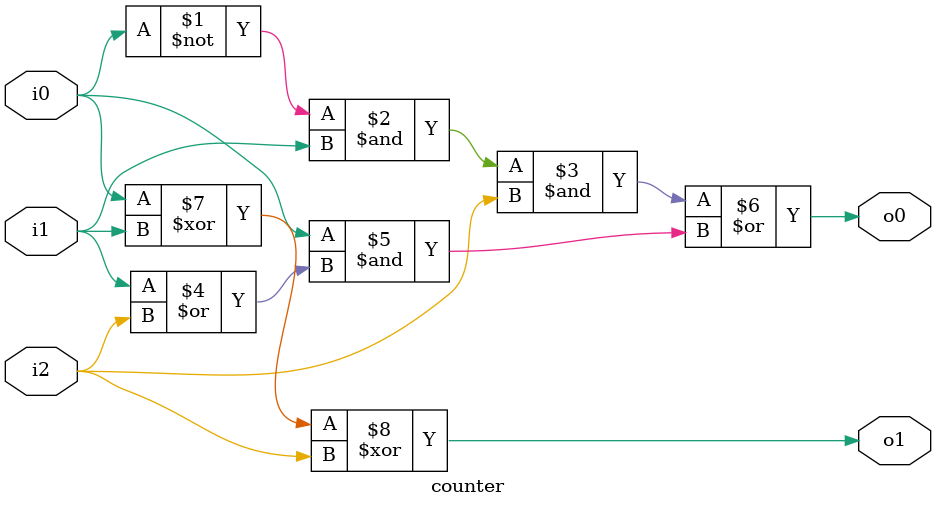
<source format=v>
module counter(i0, i1, i2, o0, o1);
  input i0;
  input i1;
  input i2;
  output o0;
  output o1;

  //maximum count of 1 value bits in three-bit number can be 3, i will use 2 bits to represent 0,1,2,3 decimal values in binary

  assign o0 = ((~i0) & i1 & i2) | (i0 & (i1 | i2)); // first bit 
  assign o1 = i0 ^ i1 ^ i2; // second bit 

endmodule



</source>
